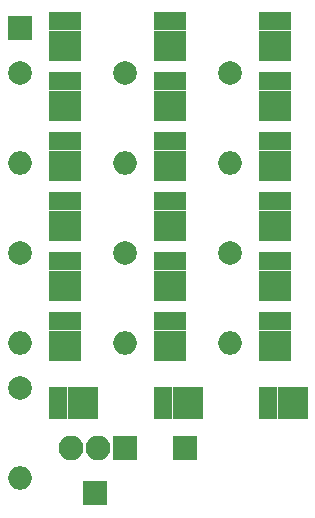
<source format=gbr>
G04 #@! TF.FileFunction,Soldermask,Top*
%FSLAX46Y46*%
G04 Gerber Fmt 4.6, Leading zero omitted, Abs format (unit mm)*
G04 Created by KiCad (PCBNEW 4.0.7-e2-6376~58~ubuntu16.04.1) date Wed Feb 21 21:54:52 2018*
%MOMM*%
%LPD*%
G01*
G04 APERTURE LIST*
%ADD10C,0.100000*%
%ADD11R,2.100000X2.100000*%
%ADD12O,2.100000X2.100000*%
%ADD13C,2.000000*%
%ADD14O,2.000000X2.000000*%
%ADD15R,2.600000X2.800000*%
%ADD16R,1.600000X2.800000*%
%ADD17R,2.800000X2.600000*%
%ADD18R,2.800000X1.600000*%
G04 APERTURE END LIST*
D10*
D11*
X46990000Y-40640000D03*
X55880000Y-76200000D03*
D12*
X53594000Y-76200000D03*
X51308000Y-76200000D03*
D13*
X46990000Y-71120000D03*
D14*
X46990000Y-78740000D03*
D13*
X46990000Y-44450000D03*
D14*
X46990000Y-52070000D03*
D13*
X46990000Y-59690000D03*
D14*
X46990000Y-67310000D03*
D13*
X55880000Y-44450000D03*
D14*
X55880000Y-52070000D03*
D13*
X55880000Y-59690000D03*
D14*
X55880000Y-67310000D03*
D13*
X64770000Y-44450000D03*
D14*
X64770000Y-52070000D03*
D13*
X64770000Y-59690000D03*
D14*
X64770000Y-67310000D03*
D15*
X70080000Y-72390000D03*
D16*
X67980000Y-72390000D03*
D17*
X68580000Y-67540000D03*
D18*
X68580000Y-65440000D03*
D17*
X68580000Y-62460000D03*
D18*
X68580000Y-60360000D03*
D17*
X68580000Y-57380000D03*
D18*
X68580000Y-55280000D03*
D17*
X68580000Y-52300000D03*
D18*
X68580000Y-50200000D03*
D17*
X68580000Y-47220000D03*
D18*
X68580000Y-45120000D03*
D17*
X68580000Y-42140000D03*
D18*
X68580000Y-40040000D03*
D15*
X61190000Y-72390000D03*
D16*
X59090000Y-72390000D03*
D17*
X59690000Y-67540000D03*
D18*
X59690000Y-65440000D03*
D17*
X59690000Y-62460000D03*
D18*
X59690000Y-60360000D03*
D17*
X59690000Y-57380000D03*
D18*
X59690000Y-55280000D03*
D17*
X59690000Y-52300000D03*
D18*
X59690000Y-50200000D03*
D17*
X59690000Y-47220000D03*
D18*
X59690000Y-45120000D03*
D17*
X59690000Y-42140000D03*
D18*
X59690000Y-40040000D03*
D15*
X52300000Y-72390000D03*
D16*
X50200000Y-72390000D03*
D17*
X50800000Y-67540000D03*
D18*
X50800000Y-65440000D03*
D17*
X50800000Y-62460000D03*
D18*
X50800000Y-60360000D03*
D17*
X50800000Y-57380000D03*
D18*
X50800000Y-55280000D03*
D17*
X50800000Y-52300000D03*
D18*
X50800000Y-50200000D03*
D17*
X50800000Y-47220000D03*
D18*
X50800000Y-45120000D03*
D17*
X50800000Y-42140000D03*
D18*
X50800000Y-40040000D03*
D11*
X53340000Y-80010000D03*
X60960000Y-76200000D03*
M02*

</source>
